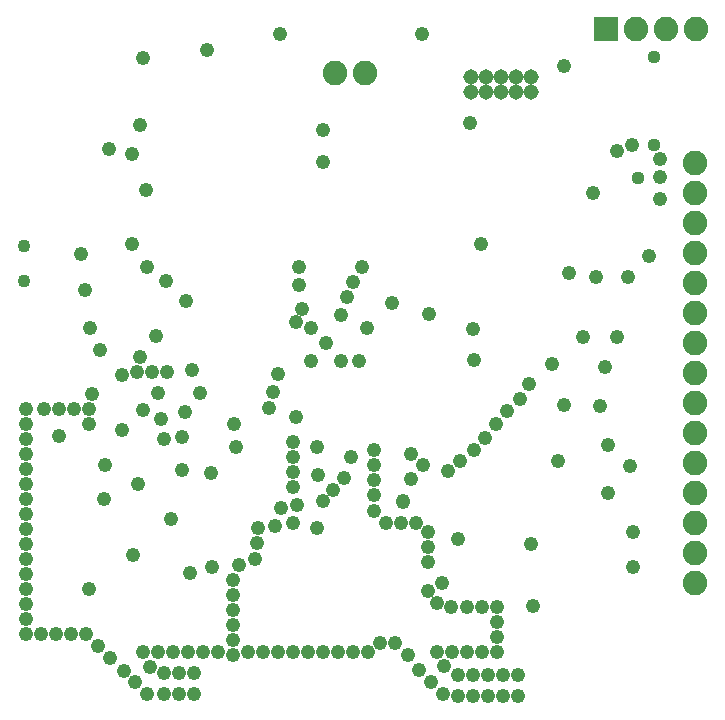
<source format=gbs>
G75*
%MOIN*%
%OFA0B0*%
%FSLAX25Y25*%
%IPPOS*%
%LPD*%
%AMOC8*
5,1,8,0,0,1.08239X$1,22.5*
%
%ADD10C,0.08200*%
%ADD11C,0.04343*%
%ADD12C,0.05162*%
%ADD13R,0.08200X0.08200*%
%ADD14C,0.04762*%
%ADD15C,0.04369*%
D10*
X0164300Y0255800D03*
X0174300Y0255800D03*
X0264600Y0270400D03*
X0274600Y0270400D03*
X0284600Y0270400D03*
X0284400Y0225800D03*
X0284400Y0215800D03*
X0284400Y0205800D03*
X0284400Y0195800D03*
X0284400Y0185800D03*
X0284400Y0175800D03*
X0284400Y0165800D03*
X0284400Y0155800D03*
X0284400Y0145800D03*
X0284400Y0135800D03*
X0284400Y0125800D03*
X0284400Y0115800D03*
X0284400Y0105800D03*
X0284400Y0095800D03*
X0284400Y0085800D03*
D11*
X0060500Y0186194D03*
X0060500Y0198006D03*
D12*
X0209500Y0249200D03*
X0209500Y0254200D03*
X0214500Y0254200D03*
X0214500Y0249200D03*
X0219500Y0249200D03*
X0219500Y0254200D03*
X0224500Y0254200D03*
X0224500Y0249200D03*
X0229500Y0249200D03*
X0229500Y0254200D03*
D13*
X0254600Y0270400D03*
D14*
X0061100Y0068500D03*
X0061100Y0073500D03*
X0061100Y0078500D03*
X0061100Y0083500D03*
X0061100Y0088500D03*
X0061100Y0093500D03*
X0061100Y0098500D03*
X0061100Y0103500D03*
X0061100Y0108500D03*
X0061100Y0113500D03*
X0061100Y0118500D03*
X0061100Y0123500D03*
X0061100Y0128500D03*
X0061100Y0133500D03*
X0061100Y0138500D03*
X0061100Y0143500D03*
X0067100Y0143500D03*
X0072100Y0143500D03*
X0077100Y0143500D03*
X0082100Y0143500D03*
X0082100Y0138500D03*
X0083100Y0148500D03*
X0093100Y0155000D03*
X0098100Y0156000D03*
X0103100Y0156000D03*
X0108100Y0156000D03*
X0105100Y0149000D03*
X0100300Y0143400D03*
X0093200Y0136700D03*
X0087600Y0125000D03*
X0087100Y0113500D03*
X0098600Y0118600D03*
X0109600Y0107100D03*
X0096800Y0094900D03*
X0082100Y0083500D03*
X0081100Y0068500D03*
X0076100Y0068500D03*
X0071100Y0068500D03*
X0066100Y0068500D03*
X0085100Y0064500D03*
X0089100Y0060500D03*
X0093900Y0056300D03*
X0097600Y0052500D03*
X0101500Y0048800D03*
X0107100Y0048500D03*
X0112100Y0048500D03*
X0117100Y0048500D03*
X0117100Y0055500D03*
X0112100Y0055500D03*
X0107100Y0055500D03*
X0102600Y0057500D03*
X0100100Y0062500D03*
X0105100Y0062500D03*
X0110100Y0062500D03*
X0115100Y0062500D03*
X0120100Y0062500D03*
X0125100Y0062500D03*
X0130100Y0061500D03*
X0130100Y0066500D03*
X0130100Y0071500D03*
X0130100Y0076500D03*
X0130100Y0081500D03*
X0130100Y0086500D03*
X0132100Y0091500D03*
X0137600Y0093500D03*
X0138100Y0099000D03*
X0138600Y0104000D03*
X0144100Y0104500D03*
X0150100Y0105500D03*
X0151600Y0111500D03*
X0146100Y0110500D03*
X0150100Y0117500D03*
X0150100Y0122500D03*
X0150100Y0127500D03*
X0150100Y0132500D03*
X0151100Y0141000D03*
X0158100Y0131000D03*
X0158600Y0121500D03*
X0163600Y0116500D03*
X0160100Y0113000D03*
X0158100Y0104000D03*
X0167100Y0120500D03*
X0169600Y0127500D03*
X0177100Y0125000D03*
X0177100Y0120000D03*
X0177100Y0115000D03*
X0177100Y0109500D03*
X0181100Y0105500D03*
X0186100Y0105500D03*
X0191100Y0105500D03*
X0195100Y0102500D03*
X0195100Y0097500D03*
X0195100Y0092500D03*
X0199800Y0085800D03*
X0195100Y0083000D03*
X0198100Y0079000D03*
X0202900Y0077600D03*
X0208100Y0077500D03*
X0213100Y0077500D03*
X0218100Y0077500D03*
X0218100Y0072500D03*
X0218100Y0067500D03*
X0218100Y0062500D03*
X0213100Y0062500D03*
X0208100Y0062500D03*
X0203100Y0062500D03*
X0198100Y0062500D03*
X0200600Y0058000D03*
X0205100Y0055000D03*
X0210100Y0055000D03*
X0215100Y0055000D03*
X0220100Y0055000D03*
X0225100Y0055000D03*
X0225100Y0048100D03*
X0220100Y0048100D03*
X0215100Y0048100D03*
X0210100Y0048100D03*
X0205100Y0048100D03*
X0200100Y0048500D03*
X0196100Y0052500D03*
X0192100Y0056500D03*
X0188600Y0061500D03*
X0184100Y0065500D03*
X0179100Y0065500D03*
X0175100Y0062500D03*
X0170100Y0062500D03*
X0165100Y0062500D03*
X0160100Y0062500D03*
X0155100Y0062500D03*
X0150100Y0062500D03*
X0145100Y0062500D03*
X0140100Y0062500D03*
X0135100Y0062500D03*
X0123100Y0091000D03*
X0115800Y0088900D03*
X0122800Y0122200D03*
X0113300Y0123300D03*
X0113200Y0134200D03*
X0107100Y0133700D03*
X0106200Y0140300D03*
X0114200Y0142600D03*
X0119100Y0149000D03*
X0116700Y0156500D03*
X0104500Y0168000D03*
X0099300Y0161100D03*
X0086000Y0163300D03*
X0082600Y0170500D03*
X0080800Y0183400D03*
X0079600Y0195400D03*
X0096600Y0198600D03*
X0101700Y0191000D03*
X0107900Y0186300D03*
X0114500Y0179800D03*
X0101100Y0216500D03*
X0096500Y0228500D03*
X0088800Y0230400D03*
X0099100Y0238200D03*
X0100300Y0260600D03*
X0121700Y0263400D03*
X0146000Y0268600D03*
X0160100Y0236500D03*
X0160100Y0226000D03*
X0152100Y0191000D03*
X0152100Y0185000D03*
X0153100Y0177000D03*
X0151100Y0172500D03*
X0156100Y0170500D03*
X0161100Y0165500D03*
X0156100Y0159500D03*
X0145300Y0155200D03*
X0143700Y0149400D03*
X0142100Y0144000D03*
X0130500Y0138600D03*
X0131100Y0131000D03*
X0166100Y0159500D03*
X0172100Y0159500D03*
X0175000Y0170500D03*
X0183100Y0179000D03*
X0170100Y0186000D03*
X0168100Y0181000D03*
X0166100Y0175000D03*
X0173100Y0191000D03*
X0195700Y0175300D03*
X0210100Y0170300D03*
X0210600Y0159900D03*
X0228800Y0152000D03*
X0225800Y0147000D03*
X0221700Y0142900D03*
X0217900Y0138600D03*
X0214300Y0134100D03*
X0210700Y0129900D03*
X0205900Y0126400D03*
X0202000Y0123000D03*
X0193700Y0124900D03*
X0189700Y0128800D03*
X0189700Y0120200D03*
X0186800Y0112900D03*
X0186900Y0112800D03*
X0177100Y0130000D03*
X0205100Y0100200D03*
X0229600Y0098500D03*
X0230100Y0078100D03*
X0263600Y0091000D03*
X0263600Y0102500D03*
X0255100Y0115500D03*
X0262600Y0124500D03*
X0255100Y0131500D03*
X0252600Y0144500D03*
X0240600Y0145000D03*
X0254100Y0157500D03*
X0258300Y0167600D03*
X0246800Y0167500D03*
X0236600Y0158500D03*
X0242200Y0189100D03*
X0251200Y0187700D03*
X0261800Y0187500D03*
X0268900Y0194500D03*
X0272600Y0213500D03*
X0272600Y0221000D03*
X0272600Y0227000D03*
X0263100Y0231500D03*
X0258100Y0229500D03*
X0250100Y0215500D03*
X0212800Y0198600D03*
X0209100Y0239000D03*
X0193400Y0268700D03*
X0240500Y0258000D03*
X0238600Y0126200D03*
X0072200Y0134700D03*
D15*
X0265100Y0220500D03*
X0270600Y0231500D03*
X0270600Y0261000D03*
M02*

</source>
